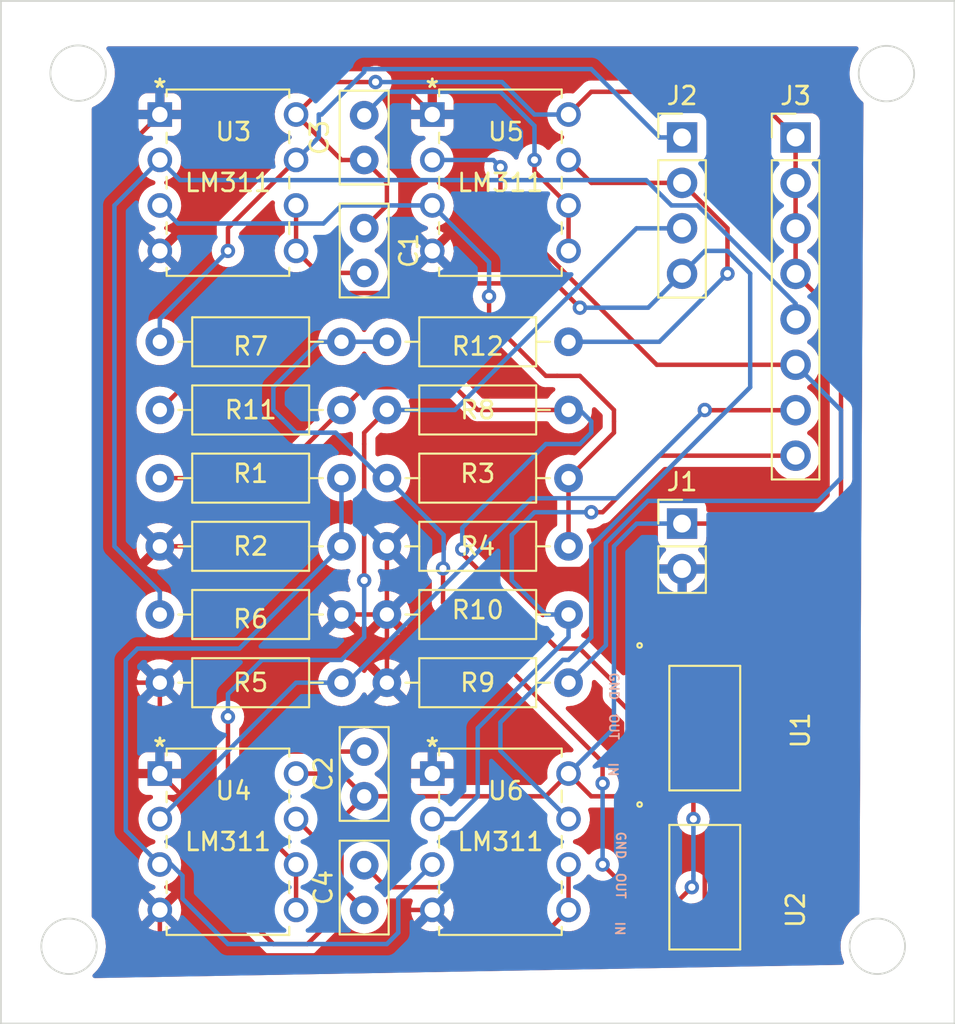
<source format=kicad_pcb>
(kicad_pcb (version 20211014) (generator pcbnew)
  (layers (0 "F.Cu" signal) (31 "B.Cu" signal) (34 "B.Paste" user) (35 "F.Paste" user) (36 "B.SilkS" user "B.Silkscreen") (37 "F.SilkS" user "F.Silkscreen") (38 "B.Mask" user) (39 "F.Mask" user) (44 "Edge.Cuts" user))
  (net 0 "")
  (net 1 "GND")
  (net 2 "FL-")
  (net 3 "Net-(R3-Pad2)")
  (net 4 "Net-(C1-Pad2)")
  (net 5 "FL1")
  (net 6 "12V")
  (net 7 "BL-")
  (net 8 "Net-(R1-Pad2)")
  (net 9 "Net-(C2-Pad2)")
  (net 10 "BL3")
  (net 11 "FR-")
  (net 12 "Net-(C3-Pad2)")
  (net 13 "FR2")
  (net 14 "BR-")
  (net 15 "Net-(C4-Pad2)")
  (net 16 "BR4")
  (net 17 "Net-(R1-Pad1)")
  (net 18 "Net-(R12-Pad2)")
  (footprint "Capacitor_THT:C_Disc_D5.0mm_W2.5mm_P2.50mm" (layer "F.Cu") (at 125.73 97.79 90)
    (fp_text reference "C2" (at 1.25 -2.286 90) (layer "F.SilkS"))
    (fp_text value "100nF")
    (pad "1" thru_hole circle (at 0 0 90) (size 1.6 1.6) (drill 0.8) (layers *.Cu *.Mask) (net 6 "12V"))
    (pad "2" thru_hole circle (at 2.5 0 90) (size 1.6 1.6) (drill 0.8) (layers *.Cu *.Mask) (net 9 "Net-(C2-Pad2)"))
  )
  (footprint "Resistor_THT:R_Axial_DIN0207_L6.3mm_D2.5mm_P10.16mm_Horizontal" (layer "F.Cu") (at 114.3 72.39)
    (fp_text reference "R7" (at 5.08 0.254) (layer "F.SilkS"))
    (fp_text value "3.3k")
    (pad "1" thru_hole circle (at 0 0) (size 1.6 1.6) (drill 0.8) (layers *.Cu *.Mask) (net 5 "FL1"))
    (pad "2" thru_hole oval (at 10.16 0) (size 1.6 1.6) (drill 0.8) (layers *.Cu *.Mask) (net 18 "Net-(R12-Pad2)"))
  )
  (footprint "Resistor_THT:R_Axial_DIN0207_L6.3mm_D2.5mm_P10.16mm_Horizontal" (layer "F.Cu") (at 124.46 87.63 180)
    (fp_text reference "R5" (at 5.08 -3.81) (layer "F.SilkS"))
    (fp_text value "100")
    (pad "1" thru_hole circle (at 0 0 180) (size 1.6 1.6) (drill 0.8) (layers *.Cu *.Mask) (net 1 "GND"))
    (pad "2" thru_hole oval (at 10.16 0 180) (size 1.6 1.6) (drill 0.8) (layers *.Cu *.Mask) (net 2 "FL-"))
  )
  (footprint "Connector_PinHeader_2.54mm:PinHeader_1x04_P2.54mm_Vertical" (layer "F.Cu") (at 143.51 60.97)
    (fp_text reference "J2" (at 0 -2.33) (layer "F.SilkS"))
    (fp_text value "Conn_01x04_Female")
    (pad "1" thru_hole rect (at 0 0) (size 1.7 1.7) (drill 1) (layers *.Cu *.Mask) (net 5 "FL1"))
    (pad "2" thru_hole oval (at 0 2.54) (size 1.7 1.7) (drill 1) (layers *.Cu *.Mask) (net 13 "FR2"))
    (pad "3" thru_hole oval (at 0 5.08) (size 1.7 1.7) (drill 1) (layers *.Cu *.Mask) (net 10 "BL3"))
    (pad "4" thru_hole oval (at 0 7.62) (size 1.7 1.7) (drill 1) (layers *.Cu *.Mask) (net 16 "BR4"))
  )
  (footprint "Resistor_THT:R_Axial_DIN0207_L6.3mm_D2.5mm_P10.16mm_Horizontal" (layer "F.Cu") (at 137.16 72.39 180)
    (fp_text reference "R12" (at 5.08 -0.254) (layer "F.SilkS"))
    (fp_text value "3.3k")
    (pad "1" thru_hole circle (at 0 0 180) (size 1.6 1.6) (drill 0.8) (layers *.Cu *.Mask) (net 13 "FR2"))
    (pad "2" thru_hole oval (at 10.16 0 180) (size 1.6 1.6) (drill 0.8) (layers *.Cu *.Mask) (net 18 "Net-(R12-Pad2)"))
  )
  (footprint "Resistor_THT:R_Axial_DIN0207_L6.3mm_D2.5mm_P10.16mm_Horizontal" (layer "F.Cu") (at 114.3 91.44)
    (fp_text reference "R6" (at 5.08 -3.556) (layer "F.SilkS"))
    (fp_text value "100")
    (pad "1" thru_hole circle (at 0 0) (size 1.6 1.6) (drill 0.8) (layers *.Cu *.Mask) (net 1 "GND"))
    (pad "2" thru_hole oval (at 10.16 0) (size 1.6 1.6) (drill 0.8) (layers *.Cu *.Mask) (net 7 "BL-"))
  )
  (footprint "Capacitor_THT:C_Disc_D5.0mm_W2.5mm_P2.50mm" (layer "F.Cu") (at 125.73 62.23 90)
    (fp_text reference "C3" (at 1.25 -2.5 90) (layer "F.SilkS"))
    (fp_text value "100nF")
    (pad "1" thru_hole circle (at 0 0 90) (size 1.6 1.6) (drill 0.8) (layers *.Cu *.Mask) (net 6 "12V"))
    (pad "2" thru_hole circle (at 2.5 0 90) (size 1.6 1.6) (drill 0.8) (layers *.Cu *.Mask) (net 12 "Net-(C3-Pad2)"))
  )
  (footprint "Resistor_THT:R_Axial_DIN0207_L6.3mm_D2.5mm_P10.16mm_Horizontal" (layer "F.Cu") (at 127 91.44)
    (fp_text reference "R9" (at 5.08 0) (layer "F.SilkS"))
    (fp_text value "100")
    (pad "1" thru_hole circle (at 0 0) (size 1.6 1.6) (drill 0.8) (layers *.Cu *.Mask) (net 1 "GND"))
    (pad "2" thru_hole oval (at 10.16 0) (size 1.6 1.6) (drill 0.8) (layers *.Cu *.Mask) (net 11 "FR-"))
  )
  (footprint "Connector_PinHeader_2.54mm:PinHeader_1x08_P2.54mm_Vertical" (layer "F.Cu") (at 149.86 60.975)
    (fp_text reference "J3" (at 0 -2.33) (layer "F.SilkS"))
    (fp_text value "Conn_01x08_Female")
    (pad "1" thru_hole rect (at 0 0) (size 1.7 1.7) (drill 1) (layers *.Cu *.Mask) (net 6 "12V"))
    (pad "2" thru_hole oval (at 0 2.54) (size 1.7 1.7) (drill 1) (layers *.Cu *.Mask) (net 6 "12V"))
    (pad "3" thru_hole oval (at 0 5.08) (size 1.7 1.7) (drill 1) (layers *.Cu *.Mask) (net 6 "12V"))
    (pad "4" thru_hole oval (at 0 7.62) (size 1.7 1.7) (drill 1) (layers *.Cu *.Mask) (net 6 "12V"))
    (pad "5" thru_hole oval (at 0 10.16) (size 1.7 1.7) (drill 1) (layers *.Cu *.Mask) (net 2 "FL-"))
    (pad "6" thru_hole oval (at 0 12.7) (size 1.7 1.7) (drill 1) (layers *.Cu *.Mask) (net 11 "FR-"))
    (pad "7" thru_hole oval (at 0 15.24) (size 1.7 1.7) (drill 1) (layers *.Cu *.Mask) (net 7 "BL-"))
    (pad "8" thru_hole oval (at 0 17.78) (size 1.7 1.7) (drill 1) (layers *.Cu *.Mask) (net 14 "BR-"))
  )
  (footprint "Resistor_THT:R_Axial_DIN0207_L6.3mm_D2.5mm_P10.16mm_Horizontal" (layer "F.Cu") (at 114.3 80.01)
    (fp_text reference "R1" (at 5.08 -0.254) (layer "F.SilkS"))
    (fp_text value "220")
    (pad "1" thru_hole circle (at 0 0) (size 1.6 1.6) (drill 0.8) (layers *.Cu *.Mask) (net 17 "Net-(R1-Pad1)"))
    (pad "2" thru_hole oval (at 10.16 0) (size 1.6 1.6) (drill 0.8) (layers *.Cu *.Mask) (net 8 "Net-(R1-Pad2)"))
  )
  (footprint "Capacitor_THT:C_Disc_D5.0mm_W2.5mm_P2.50mm" (layer "F.Cu") (at 125.73 104.14 90)
    (fp_text reference "C4" (at 1.25 -2.286 90) (layer "F.SilkS"))
    (fp_text value "100nF")
    (pad "1" thru_hole circle (at 0 0 90) (size 1.6 1.6) (drill 0.8) (layers *.Cu *.Mask) (net 6 "12V"))
    (pad "2" thru_hole circle (at 2.5 0 90) (size 1.6 1.6) (drill 0.8) (layers *.Cu *.Mask) (net 15 "Net-(C4-Pad2)"))
  )
  (footprint "footprint:AMS1117-5.0" (layer "F.Cu") (at 144.78 102.87 -90)
    (fp_text reference "U2" (at 1.27 -5.08 90) (layer "F.SilkS"))
    (fp_text value "AMS1117-3.3" hide)
    (fp_text user "IN" (at 2.3114 4.7498 -90 unlocked) (layer "B.SilkS") (effects (font (size 0.5 0.5) (thickness 0.1))))
    (fp_text user "GND" (at -2.3368 4.699 -90 unlocked) (layer "B.SilkS") (effects (font (size 0.5 0.5) (thickness 0.1))))
    (fp_text user "OUT" (at -0.0762 4.699 -90 unlocked) (layer "B.SilkS") (effects (font (size 0.5 0.5) (thickness 0.1))))
    (pad "1" smd rect (at -2.29 3.2639 270) (size 0.889 1.4732) (layers "F.Cu" "F.Paste" "F.Mask") (net 1 "GND"))
    (pad "2" smd rect (at 0 3.2639 270) (size 0.889 1.4732) (layers "F.Cu" "F.Paste" "F.Mask") (net 18 "Net-(R12-Pad2)"))
    (pad "3" smd rect (at 2.29 3.2639 270) (size 0.889 1.4732) (layers "F.Cu" "F.Paste" "F.Mask") (net 6 "12V"))
    (pad "4" smd rect (at 0 -3.2639 270) (size 3.2004 1.4732) (layers "F.Cu" "F.Paste" "F.Mask"))
  )
  (footprint "Connector_PinHeader_2.54mm:PinHeader_1x02_P2.54mm_Vertical" (layer "F.Cu") (at 143.51 82.55)
    (fp_text reference "J1" (at 0 -2.33) (layer "F.SilkS"))
    (fp_text value "Conn_01x02_Female")
    (pad "1" thru_hole rect (at 0 0) (size 1.7 1.7) (drill 1) (layers *.Cu *.Mask) (net 6 "12V"))
    (pad "2" thru_hole oval (at 0 2.54) (size 1.7 1.7) (drill 1) (layers *.Cu *.Mask) (net 1 "GND"))
  )
  (footprint "footprint:LM311P" (layer "F.Cu") (at 114.3 96.52)
    (fp_text reference "U4" (at 4.1148 0.9652) (layer "F.SilkS"))
    (fp_text value "LM311" (at 3.81 3.81) (layer "F.SilkS"))
    (fp_text user "*" (at 0 -1.4478) (layer "F.SilkS"))
    (fp_text user "*" (at 0 -1.4478) (layer "F.SilkS"))
    (pad "1" thru_hole rect (at 0 0) (size 1.3716 1.3716) (drill 0.8636) (layers *.Cu *.Mask) (net 1 "GND"))
    (pad "2" thru_hole circle (at 0 2.54) (size 1.3716 1.3716) (drill 0.8636) (layers *.Cu *.Mask) (net 7 "BL-"))
    (pad "3" thru_hole circle (at 0 5.08) (size 1.3716 1.3716) (drill 0.8636) (layers *.Cu *.Mask) (net 8 "Net-(R1-Pad2)"))
    (pad "4" thru_hole circle (at 0 7.62) (size 1.3716 1.3716) (drill 0.8636) (layers *.Cu *.Mask) (net 1 "GND"))
    (pad "5" thru_hole circle (at 7.62 7.62) (size 1.3716 1.3716) (drill 0.8636) (layers *.Cu *.Mask) (net 9 "Net-(C2-Pad2)"))
    (pad "6" thru_hole circle (at 7.62 5.08) (size 1.3716 1.3716) (drill 0.8636) (layers *.Cu *.Mask) (net 9 "Net-(C2-Pad2)"))
    (pad "7" thru_hole circle (at 7.62 2.54) (size 1.3716 1.3716) (drill 0.8636) (layers *.Cu *.Mask) (net 10 "BL3"))
    (pad "8" thru_hole circle (at 7.62 0) (size 1.3716 1.3716) (drill 0.8636) (layers *.Cu *.Mask) (net 6 "12V"))
  )
  (footprint "Resistor_THT:R_Axial_DIN0207_L6.3mm_D2.5mm_P10.16mm_Horizontal" (layer "F.Cu") (at 127 76.2)
    (fp_text reference "R8" (at 5.08 0) (layer "F.SilkS"))
    (fp_text value "3.3k")
    (pad "1" thru_hole circle (at 0 0) (size 1.6 1.6) (drill 0.8) (layers *.Cu *.Mask) (net 10 "BL3"))
    (pad "2" thru_hole oval (at 10.16 0) (size 1.6 1.6) (drill 0.8) (layers *.Cu *.Mask) (net 17 "Net-(R1-Pad1)"))
  )
  (footprint "Resistor_THT:R_Axial_DIN0207_L6.3mm_D2.5mm_P10.16mm_Horizontal" (layer "F.Cu") (at 127 83.82)
    (fp_text reference "R4" (at 5.08 0) (layer "F.SilkS"))
    (fp_text value "120")
    (pad "1" thru_hole circle (at 0 0) (size 1.6 1.6) (drill 0.8) (layers *.Cu *.Mask) (net 1 "GND"))
    (pad "2" thru_hole oval (at 10.16 0) (size 1.6 1.6) (drill 0.8) (layers *.Cu *.Mask) (net 3 "Net-(R3-Pad2)"))
  )
  (footprint "footprint:AMS1117-5.0" (layer "F.Cu") (at 144.78 93.98 -90)
    (fp_text reference "U1" (at 0.127 -5.3594 90) (layer "F.SilkS"))
    (fp_text value "AMS1117-3.3" hide)
    (fp_text user "OUT" (at -0.0762 5.08 -90 unlocked) (layer "B.SilkS") (effects (font (size 0.5 0.5) (thickness 0.1))))
    (fp_text user "IN" (at 2.3114 5.1308 -90 unlocked) (layer "B.SilkS") (effects (font (size 0.5 0.5) (thickness 0.1))))
    (fp_text user "GND" (at -2.3368 5.08 -90 unlocked) (layer "B.SilkS") (effects (font (size 0.5 0.5) (thickness 0.1))))
    (pad "1" smd rect (at -2.29 3.2639 270) (size 0.889 1.4732) (layers "F.Cu" "F.Paste" "F.Mask") (net 1 "GND"))
    (pad "2" smd rect (at 0 3.2639 270) (size 0.889 1.4732) (layers "F.Cu" "F.Paste" "F.Mask") (net 17 "Net-(R1-Pad1)"))
    (pad "3" smd rect (at 2.29 3.2639 270) (size 0.889 1.4732) (layers "F.Cu" "F.Paste" "F.Mask") (net 6 "12V"))
    (pad "4" smd rect (at 0 -3.2639 270) (size 3.2004 1.4732) (layers "F.Cu" "F.Paste" "F.Mask"))
  )
  (footprint "footprint:LM311P" (layer "F.Cu") (at 114.3 59.69)
    (fp_text reference "U3" (at 4.1148 0.9652) (layer "F.SilkS"))
    (fp_text value "LM311" (at 3.81 3.81) (layer "F.SilkS"))
    (fp_text user "*" (at 0 -1.4478) (layer "F.SilkS"))
    (fp_text user "*" (at 0 -1.4478) (layer "F.SilkS"))
    (pad "1" thru_hole rect (at 0 0) (size 1.3716 1.3716) (drill 0.8636) (layers *.Cu *.Mask) (net 1 "GND"))
    (pad "2" thru_hole circle (at 0 2.54) (size 1.3716 1.3716) (drill 0.8636) (layers *.Cu *.Mask) (net 2 "FL-"))
    (pad "3" thru_hole circle (at 0 5.08) (size 1.3716 1.3716) (drill 0.8636) (layers *.Cu *.Mask) (net 3 "Net-(R3-Pad2)"))
    (pad "4" thru_hole circle (at 0 7.62) (size 1.3716 1.3716) (drill 0.8636) (layers *.Cu *.Mask) (net 1 "GND"))
    (pad "5" thru_hole circle (at 7.62 7.62) (size 1.3716 1.3716) (drill 0.8636) (layers *.Cu *.Mask) (net 4 "Net-(C1-Pad2)"))
    (pad "6" thru_hole circle (at 7.62 5.08) (size 1.3716 1.3716) (drill 0.8636) (layers *.Cu *.Mask) (net 4 "Net-(C1-Pad2)"))
    (pad "7" thru_hole circle (at 7.62 2.54) (size 1.3716 1.3716) (drill 0.8636) (layers *.Cu *.Mask) (net 5 "FL1"))
    (pad "8" thru_hole circle (at 7.62 0) (size 1.3716 1.3716) (drill 0.8636) (layers *.Cu *.Mask) (net 6 "12V"))
  )
  (footprint "footprint:LM311P" (layer "F.Cu") (at 129.54 96.52)
    (fp_text reference "U6" (at 4.1148 0.9652) (layer "F.SilkS"))
    (fp_text value "LM311" (at 3.81 3.81) (layer "F.SilkS"))
    (fp_text user "*" (at 0 -1.4478) (layer "F.SilkS"))
    (fp_text user "*" (at 0 -1.4478) (layer "F.SilkS"))
    (pad "1" thru_hole rect (at 0 0) (size 1.3716 1.3716) (drill 0.8636) (layers *.Cu *.Mask) (net 1 "GND"))
    (pad "2" thru_hole circle (at 0 2.54) (size 1.3716 1.3716) (drill 0.8636) (layers *.Cu *.Mask) (net 14 "BR-"))
    (pad "3" thru_hole circle (at 0 5.08) (size 1.3716 1.3716) (drill 0.8636) (layers *.Cu *.Mask) (net 8 "Net-(R1-Pad2)"))
    (pad "4" thru_hole circle (at 0 7.62) (size 1.3716 1.3716) (drill 0.8636) (layers *.Cu *.Mask) (net 1 "GND"))
    (pad "5" thru_hole circle (at 7.62 7.62) (size 1.3716 1.3716) (drill 0.8636) (layers *.Cu *.Mask) (net 15 "Net-(C4-Pad2)"))
    (pad "6" thru_hole circle (at 7.62 5.08) (size 1.3716 1.3716) (drill 0.8636) (layers *.Cu *.Mask) (net 15 "Net-(C4-Pad2)"))
    (pad "7" thru_hole circle (at 7.62 2.54) (size 1.3716 1.3716) (drill 0.8636) (layers *.Cu *.Mask) (net 16 "BR4"))
    (pad "8" thru_hole circle (at 7.62 0) (size 1.3716 1.3716) (drill 0.8636) (layers *.Cu *.Mask) (net 6 "12V"))
  )
  (footprint "Resistor_THT:R_Axial_DIN0207_L6.3mm_D2.5mm_P10.16mm_Horizontal" (layer "F.Cu") (at 127 87.63)
    (fp_text reference "R10" (at 5.08 -0.254) (layer "F.SilkS"))
    (fp_text value "100")
    (pad "1" thru_hole circle (at 0 0) (size 1.6 1.6) (drill 0.8) (layers *.Cu *.Mask) (net 1 "GND"))
    (pad "2" thru_hole oval (at 10.16 0) (size 1.6 1.6) (drill 0.8) (layers *.Cu *.Mask) (net 14 "BR-"))
  )
  (footprint "Capacitor_THT:C_Disc_D5.0mm_W2.5mm_P2.50mm" (layer "F.Cu") (at 125.73 66.04 -90)
    (fp_text reference "C1" (at 1.25 -2.5 90) (layer "F.SilkS"))
    (fp_text value "100nF")
    (pad "1" thru_hole circle (at 0 0 270) (size 1.6 1.6) (drill 0.8) (layers *.Cu *.Mask) (net 6 "12V"))
    (pad "2" thru_hole circle (at 2.5 0 270) (size 1.6 1.6) (drill 0.8) (layers *.Cu *.Mask) (net 4 "Net-(C1-Pad2)"))
  )
  (footprint "Resistor_THT:R_Axial_DIN0207_L6.3mm_D2.5mm_P10.16mm_Horizontal" (layer "F.Cu") (at 114.3 83.82)
    (fp_text reference "R2" (at 5.08 0) (layer "F.SilkS"))
    (fp_text value "120")
    (pad "1" thru_hole circle (at 0 0) (size 1.6 1.6) (drill 0.8) (layers *.Cu *.Mask) (net 1 "GND"))
    (pad "2" thru_hole oval (at 10.16 0) (size 1.6 1.6) (drill 0.8) (layers *.Cu *.Mask) (net 8 "Net-(R1-Pad2)"))
  )
  (footprint "footprint:LM311P" (layer "F.Cu") (at 129.54 59.69)
    (fp_text reference "U5" (at 4.1148 0.9652) (layer "F.SilkS"))
    (fp_text value "LM311" (at 3.81 3.81) (layer "F.SilkS"))
    (fp_text user "*" (at 0 -1.4478) (layer "F.SilkS"))
    (fp_text user "*" (at 0 -1.4478) (layer "F.SilkS"))
    (pad "1" thru_hole rect (at 0 0) (size 1.3716 1.3716) (drill 0.8636) (layers *.Cu *.Mask) (net 1 "GND"))
    (pad "2" thru_hole circle (at 0 2.54) (size 1.3716 1.3716) (drill 0.8636) (layers *.Cu *.Mask) (net 11 "FR-"))
    (pad "3" thru_hole circle (at 0 5.08) (size 1.3716 1.3716) (drill 0.8636) (layers *.Cu *.Mask) (net 3 "Net-(R3-Pad2)"))
    (pad "4" thru_hole circle (at 0 7.62) (size 1.3716 1.3716) (drill 0.8636) (layers *.Cu *.Mask) (net 1 "GND"))
    (pad "5" thru_hole circle (at 7.62 7.62) (size 1.3716 1.3716) (drill 0.8636) (layers *.Cu *.Mask) (net 12 "Net-(C3-Pad2)"))
    (pad "6" thru_hole circle (at 7.62 5.08) (size 1.3716 1.3716) (drill 0.8636) (layers *.Cu *.Mask) (net 12 "Net-(C3-Pad2)"))
    (pad "7" thru_hole circle (at 7.62 2.54) (size 1.3716 1.3716) (drill 0.8636) (layers *.Cu *.Mask) (net 13 "FR2"))
    (pad "8" thru_hole circle (at 7.62 0) (size 1.3716 1.3716) (drill 0.8636) (layers *.Cu *.Mask) (net 6 "12V"))
  )
  (footprint "Resistor_THT:R_Axial_DIN0207_L6.3mm_D2.5mm_P10.16mm_Horizontal" (layer "F.Cu") (at 114.3 76.2)
    (fp_text reference "R11" (at 5.08 0) (layer "F.SilkS"))
    (fp_text value "3.3k")
    (pad "1" thru_hole circle (at 0 0) (size 1.6 1.6) (drill 0.8) (layers *.Cu *.Mask) (net 16 "BR4"))
    (pad "2" thru_hole oval (at 10.16 0) (size 1.6 1.6) (drill 0.8) (layers *.Cu *.Mask) (net 17 "Net-(R1-Pad1)"))
  )
  (footprint "Resistor_THT:R_Axial_DIN0207_L6.3mm_D2.5mm_P10.16mm_Horizontal" (layer "F.Cu") (at 127 80.01)
    (fp_text reference "R3" (at 5.08 -0.254) (layer "F.SilkS"))
    (fp_text value "220")
    (pad "1" thru_hole circle (at 0 0) (size 1.6 1.6) (drill 0.8) (layers *.Cu *.Mask) (net 18 "Net-(R12-Pad2)"))
    (pad "2" thru_hole oval (at 10.16 0) (size 1.6 1.6) (drill 0.8) (layers *.Cu *.Mask) (net 3 "Net-(R3-Pad2)"))
  )
  (gr_circle (center 154.94 57.404) (end 156.49 57.404) (layer "Edge.Cuts") (width 0.1) (fill none))
  (gr_circle (center 109.22 106.172) (end 110.77 106.172) (layer "Edge.Cuts") (width 0.1) (fill none))
  (gr_circle (center 109.728 57.378) (end 111.278 57.378) (layer "Edge.Cuts") (width 0.1) (fill none))
  (gr_circle (center 154.432 106.172) (end 155.982 106.172) (layer "Edge.Cuts") (width 0.1) (fill none))
  (gr_rect (start 105.41 53.34) (end 158.75 110.49) (layer "Edge.Cuts") (width 0.1) (fill none))
  (segment (start 127.185489 69.664511) (end 116.654511 69.664511) (width 0.25) (layer "F.Cu") (net 1))
  (segment (start 132.08 106.68) (end 129.54 104.14) (width 0.25) (layer "F.Cu") (net 1))
  (segment (start 114.3 91.44) (end 113.03 91.44) (width 0.25) (layer "F.Cu") (net 1))
  (segment (start 132.08 64.77) (end 129.54 67.31) (width 0.25) (layer "F.Cu") (net 1))
  (segment (start 144.78 101.6) (end 144.78 104.14) (width 0.25) (layer "F.Cu") (net 1))
  (segment (start 128.27 82.55) (end 127 83.82) (width 0.25) (layer "F.Cu") (net 1))
  (segment (start 124.46 87.63) (end 127 87.63) (width 0.25) (layer "F.Cu") (net 1))
  (segment (start 111.76 81.28) (end 114.3 83.82) (width 0.25) (layer "F.Cu") (net 1))
  (segment (start 144.78 104.14) (end 142.24 106.68) (width 0.25) (layer "F.Cu") (net 1))
  (segment (start 114.3 105.41) (end 114.3 104.14) (width 0.25) (layer "F.Cu") (net 1))
  (segment (start 111.76 69.85) (end 111.76 81.28) (width 0.25) (layer "F.Cu") (net 1))
  (segment (start 114.3 67.31) (end 111.76 69.85) (width 0.25) (layer "F.Cu") (net 1))
  (segment (start 129.54 96.52) (end 129.54 93.98) (width 0.25) (layer "F.Cu") (net 1))
  (segment (start 129.54 59.69) (end 130.81 59.69) (width 0.25) (layer "F.Cu") (net 1))
  (segment (start 127 57.15) (end 129.54 59.69) (width 0.25) (layer "F.Cu") (net 1))
  (segment (start 120.65 83.82) (end 124.46 87.63) (width 0.25) (layer "F.Cu") (net 1))
  (segment (start 114.3 59.69) (end 114.3 58.42) (width 0.25) (layer "F.Cu") (net 1))
  (segment (start 111.76 62.23) (end 111.76 64.77) (width 0.25) (layer "F.Cu") (net 1))
  (segment (start 133.35 85.09) (end 130.81 82.55) (width 0.25) (layer "F.Cu") (net 1))
  (segment (start 111.76 86.36) (end 114.3 83.82) (width 0.25) (layer "F.Cu") (net 1))
  (segment (start 132.08 62.23) (end 132.08 64.77) (width 0.25) (layer "F.Cu") (net 1))
  (segment (start 125.73 106.68) (end 115.57 106.68) (width 0.25) (layer "F.Cu") (net 1))
  (segment (start 111.76 90.17) (end 111.76 86.36) (width 0.25) (layer "F.Cu") (net 1))
  (segment (start 127 83.82) (end 127 87.63) (width 0.25) (layer "F.Cu") (net 1))
  (segment (start 128.27 104.14) (end 125.73 106.68) (width 0.25) (layer "F.Cu") (net 1))
  (segment (start 114.3 83.82) (end 120.65 83.82) (width 0.25) (layer "F.Cu") (net 1))
  (segment (start 143.76 100.58) (end 144.78 101.6) (width 0.25) (layer "F.Cu") (net 1))
  (segment (start 129.54 67.31) (end 127.185489 69.664511) (width 0.25) (layer "F.Cu") (net 1))
  (segment (start 116.84 101.6) (end 116.84 99.06) (width 0.25) (layer "F.Cu") (net 1))
  (segment (start 116.84 99.06) (end 114.3 96.52) (width 0.25) (layer "F.Cu") (net 1))
  (segment (start 130.81 82.55) (end 128.27 82.55) (width 0.25) (layer "F.Cu") (net 1))
  (segment (start 115.57 57.15) (end 127 57.15) (width 0.25) (layer "F.Cu") (net 1))
  (segment (start 143.51 89.6961) (end 141.5161 91.69) (width 0.25) (layer "F.Cu") (net 1))
  (segment (start 111.76 64.77) (end 114.3 67.31) (width 0.25) (layer "F.Cu") (net 1))
  (segment (start 132.08 60.96) (end 132.08 62.23) (width 0.25) (layer "F.Cu") (net 1))
  (segment (start 129.54 104.14) (end 128.27 104.14) (width 0.25) (layer "F.Cu") (net 1))
  (segment (start 141.5161 100.58) (end 143.76 100.58) (width 0.25) (layer "F.Cu") (net 1))
  (segment (start 143.51 85.09) (end 143.51 89.6961) (width 0.25) (layer "F.Cu") (net 1))
  (segment (start 114.3 58.42) (end 115.57 57.15) (width 0.25) (layer "F.Cu") (net 1))
  (segment (start 116.654511 69.664511) (end 114.3 67.31) (width 0.25) (layer "F.Cu") (net 1))
  (segment (start 129.54 93.98) (end 127 91.44) (width 0.25) (layer "F.Cu") (net 1))
  (segment (start 113.03 91.44) (end 111.76 90.17) (width 0.25) (layer "F.Cu") (net 1))
  (segment (start 114.3 104.14) (end 116.84 101.6) (width 0.25) (layer "F.Cu") (net 1))
  (segment (start 130.81 59.69) (end 132.08 60.96) (width 0.25) (layer "F.Cu") (net 1))
  (segment (start 127 91.44) (end 127 87.63) (width 0.25) (layer "F.Cu") (net 1))
  (segment (start 114.3 59.69) (end 111.76 62.23) (width 0.25) (layer "F.Cu") (net 1))
  (segment (start 142.24 106.68) (end 132.08 106.68) (width 0.25) (layer "F.Cu") (net 1))
  (segment (start 115.57 106.68) (end 114.3 105.41) (width 0.25) (layer "F.Cu") (net 1))
  (segment (start 114.3 91.44) (end 114.3 96.52) (width 0.25) (layer "F.Cu") (net 1))
  (segment (start 143.51 85.09) (end 133.35 85.09) (width 0.25) (layer "F.Cu") (net 1))
  (segment (start 111.76 64.77) (end 111.76 83.82) (width 0.25) (layer "B.Cu") (net 2))
  (segment (start 114.3 62.23) (end 115.424511 63.354511) (width 0.25) (layer "B.Cu") (net 2))
  (segment (start 141.502523 63.354511) (end 142.918012 64.77) (width 0.25) (layer "B.Cu") (net 2))
  (segment (start 114.3 62.23) (end 111.76 64.77) (width 0.25) (layer "B.Cu") (net 2))
  (segment (start 111.76 83.82) (end 114.3 86.36) (width 0.25) (layer "B.Cu") (net 2))
  (segment (start 149.86 70.25601) (end 149.86 71.135) (width 0.25) (layer "B.Cu") (net 2))
  (segment (start 142.918012 64.77) (end 144.37399 64.77) (width 0.25) (layer "B.Cu") (net 2))
  (segment (start 115.424511 63.354511) (end 141.502523 63.354511) (width 0.25) (layer "B.Cu") (net 2))
  (segment (start 114.3 86.36) (end 114.3 87.63) (width 0.25) (layer "B.Cu") (net 2))
  (segment (start 144.37399 64.77) (end 149.86 70.25601) (width 0.25) (layer "B.Cu") (net 2))
  (segment (start 133.35 71.755) (end 132.715 71.12) (width 0.25) (layer "F.Cu") (net 3))
  (segment (start 139.7 76.835) (end 139.7 76.2) (width 0.25) (layer "F.Cu") (net 3))
  (segment (start 137.795 74.295) (end 136.525 74.295) (width 0.25) (layer "F.Cu") (net 3))
  (segment (start 139.065 75.565) (end 137.795 74.295) (width 0.25) (layer "F.Cu") (net 3))
  (segment (start 139.7 76.2) (end 139.065 75.565) (width 0.25) (layer "F.Cu") (net 3))
  (segment (start 137.16 80.01) (end 139.7 77.47) (width 0.25) (layer "F.Cu") (net 3))
  (segment (start 135.89 74.295) (end 133.35 71.755) (width 0.25) (layer "F.Cu") (net 3))
  (segment (start 139.7 77.47) (end 139.7 76.835) (width 0.25) (layer "F.Cu") (net 3))
  (segment (start 132.715 71.12) (end 132.715 69.85) (width 0.25) (layer "F.Cu") (net 3))
  (segment (start 137.16 83.82) (end 137.16 80.01) (width 0.25) (layer "F.Cu") (net 3))
  (segment (start 136.525 74.295) (end 135.89 74.295) (width 0.25) (layer "F.Cu") (net 3))
  (via (at 132.715 69.85) (size 0.8) (drill 0.4) (layers "F.Cu" "B.Cu") (net 3))
  (segment (start 124.46 64.77) (end 129.54 64.77) (width 0.25) (layer "B.Cu") (net 3))
  (segment (start 132.715 69.85) (end 132.715 67.945) (width 0.25) (layer "B.Cu") (net 3))
  (segment (start 132.715 67.945) (end 129.54 64.77) (width 0.25) (layer "B.Cu") (net 3))
  (segment (start 123.449689 65.780311) (end 124.46 64.77) (width 0.25) (layer "B.Cu") (net 3))
  (segment (start 114.3 64.77) (end 115.310311 65.780311) (width 0.25) (layer "B.Cu") (net 3))
  (segment (start 115.310311 65.780311) (end 123.449689 65.780311) (width 0.25) (layer "B.Cu") (net 3))
  (segment (start 121.92 64.77) (end 121.92 67.31) (width 0.25) (layer "F.Cu") (net 4))
  (segment (start 125.73 68.54) (end 123.15 68.54) (width 0.25) (layer "F.Cu") (net 4))
  (segment (start 123.15 68.54) (end 121.92 67.31) (width 0.25) (layer "F.Cu") (net 4))
  (segment (start 121.92 62.23) (end 118.11 66.04) (width 0.25) (layer "F.Cu") (net 5))
  (segment (start 118.11 66.04) (end 118.11 67.31) (width 0.25) (layer "F.Cu") (net 5))
  (via (at 118.11 67.31) (size 0.8) (drill 0.4) (layers "F.Cu" "B.Cu") (net 5))
  (segment (start 123.19 60.96) (end 121.92 62.23) (width 0.25) (layer "B.Cu") (net 5))
  (segment (start 123.348797 59.69) (end 123.19 59.69) (width 0.25) (layer "B.Cu") (net 5))
  (segment (start 125.73 57.15) (end 125.73 57.308797) (width 0.25) (layer "B.Cu") (net 5))
  (segment (start 114.3 72.39) (end 114.3 71.12) (width 0.25) (layer "B.Cu") (net 5))
  (segment (start 138.43 57.15) (end 125.73 57.15) (width 0.25) (layer "B.Cu") (net 5))
  (segment (start 142.25 60.97) (end 138.43 57.15) (width 0.25) (layer "B.Cu") (net 5))
  (segment (start 114.3 71.12) (end 118.11 67.31) (width 0.25) (layer "B.Cu") (net 5))
  (segment (start 125.73 57.308797) (end 123.348797 59.69) (width 0.25) (layer "B.Cu") (net 5))
  (segment (start 143.51 60.97) (end 142.25 60.97) (width 0.25) (layer "B.Cu") (net 5))
  (segment (start 123.19 59.69) (end 123.19 60.96) (width 0.25) (layer "B.Cu") (net 5))
  (segment (start 124.46 102.87) (end 125.73 104.14) (width 0.25) (layer "F.Cu") (net 6))
  (segment (start 123.7355 57.8745) (end 126.365 57.8745) (width 0.25) (layer "F.Cu") (net 6))
  (segment (start 141.5161 96.27) (end 142.625 96.27) (width 0.25) (layer "F.Cu") (net 6))
  (segment (start 141.5161 96.27) (end 141.99 96.27) (width 0.25) (layer "F.Cu") (net 6))
  (segment (start 124.46 99.06) (end 124.46 102.87) (width 0.25) (layer "F.Cu") (net 6))
  (segment (start 135.89 97.79) (end 125.73 97.79) (width 0.25) (layer "F.Cu") (net 6))
  (segment (start 138.43 97.79) (end 140.335 97.79) (width 0.25) (layer "F.Cu") (net 6))
  (segment (start 149.86 60.96) (end 147.32 58.42) (width 0.25) (layer "F.Cu") (net 6))
  (segment (start 147.32 58.42) (end 138.43 58.42) (width 0.25) (layer "F.Cu") (net 6))
  (segment (start 125.73 97.79) (end 124.46 99.06) (width 0.25) (layer "F.Cu") (net 6))
  (segment (start 149.86 63.515) (end 149.86 66.055) (width 0.25) (layer "F.Cu") (net 6))
  (segment (start 138.43 58.42) (end 137.16 59.69) (width 0.25) (layer "F.Cu") (net 6))
  (segment (start 151.13 82.55) (end 152.4 81.28) (width 0.25) (layer "F.Cu") (net 6))
  (segment (start 137.16 96.52) (end 135.89 97.79) (width 0.25) (layer "F.Cu") (net 6))
  (segment (start 127 64.77) (end 125.73 66.04) (width 0.25) (layer "F.Cu") (net 6))
  (segment (start 141.7655 105.16) (end 141.5161 105.16) (width 0.25) (layer "F.Cu") (net 6))
  (segment (start 144.145 97.79) (end 144.145 99.06) (width 0.25) (layer "F.Cu") (net 6))
  (segment (start 137.16 96.52) (end 138.43 97.79) (width 0.25) (layer "F.Cu") (net 6))
  (segment (start 143.51 82.55) (end 151.13 82.55) (width 0.25) (layer "F.Cu") (net 6))
  (segment (start 140.335 97.79) (end 141.5161 96.6089) (width 0.25) (layer "F.Cu") (net 6))
  (segment (start 152.4 81.28) (end 152.4 71.135) (width 0.25) (layer "F.Cu") (net 6))
  (segment (start 121.92 96.52) (end 124.46 96.52) (width 0.25) (layer "F.Cu") (net 6))
  (segment (start 124.46 96.52) (end 125.73 97.79) (width 0.25) (layer "F.Cu") (net 6))
  (segment (start 152.4 71.135) (end 149.86 68.595) (width 0.25) (layer "F.Cu") (net 6))
  (segment (start 127 63.5) (end 127 64.77) (width 0.25) (layer "F.Cu") (net 6))
  (segment (start 125.73 62.23) (end 124.46 62.23) (width 0.25) (layer "F.Cu") (net 6))
  (segment (start 124.46 62.23) (end 121.92 59.69) (width 0.25) (layer "F.Cu") (net 6))
  (segment (start 149.86 60.975) (end 149.86 63.515) (width 0.25) (layer "F.Cu") (net 6))
  (segment (start 141.5161 96.6089) (end 141.5161 96.27) (width 0.25) (layer "F.Cu") (net 6))
  (segment (start 142.625 96.27) (end 144.145 97.79) (width 0.25) (layer "F.Cu") (net 6))
  (segment (start 149.86 60.975) (end 149.86 60.96) (width 0.25) (layer "F.Cu") (net 6))
  (segment (start 125.73 62.23) (end 127 63.5) (width 0.25) (layer "F.Cu") (net 6))
  (segment (start 144.0555 102.87) (end 141.7655 105.16) (width 0.25) (layer "F.Cu") (net 6))
  (segment (start 121.92 59.69) (end 123.7355 57.8745) (width 0.25) (layer "F.Cu") (net 6))
  (segment (start 149.86 66.055) (end 149.86 68.595) (width 0.25) (layer "F.Cu") (net 6))
  (via (at 126.365 57.8745) (size 0.8) (drill 0.4) (layers "F.Cu" "B.Cu") (net 6))
  (via (at 144.0555 102.87) (size 0.8) (drill 0.4) (layers "F.Cu" "B.Cu") (net 6))
  (via (at 144.145 99.06) (size 0.8) (drill 0.4) (layers "F.Cu" "B.Cu") (net 6))
  (segment (start 126.365 57.8745) (end 133.4395 57.8745) (width 0.25) (layer "B.Cu") (net 6))
  (segment (start 139.7 93.98) (end 139.7 83.82) (width 0.25) (layer "B.Cu") (net 6))
  (segment (start 139.7 83.82) (end 140.97 82.55) (width 0.25) (layer "B.Cu") (net 6))
  (segment (start 140.97 82.55) (end 143.51 82.55) (width 0.25) (layer "B.Cu") (net 6))
  (segment (start 144.145 102.7805) (end 144.0555 102.87) (width 0.25) (layer "B.Cu") (net 6))
  (segment (start 144.145 102.235) (end 144.145 102.7805) (width 0.25) (layer "B.Cu") (net 6))
  (segment (start 135.255 59.69) (end 137.16 59.69) (width 0.25) (layer "B.Cu") (net 6))
  (segment (start 144.145 99.06) (end 144.145 102.235) (width 0.25) (layer "B.Cu") (net 6))
  (segment (start 137.16 96.52) (end 139.7 93.98) (width 0.25) (layer "B.Cu") (net 6))
  (segment (start 133.4395 57.8745) (end 135.255 59.69) (width 0.25) (layer "B.Cu") (net 6))
  (segment (start 144.78 76.2) (end 144.795 76.215) (width 0.25) (layer "F.Cu") (net 7))
  (segment (start 144.795 76.215) (end 149.86 76.215) (width 0.25) (layer "F.Cu") (net 7))
  (via (at 144.78 76.2) (size 0.8) (drill 0.4) (layers "F.Cu" "B.Cu") (net 7))
  (segment (start 135.085789 81.134511) (end 139.845489 81.134511) (width 0.25) (layer "B.Cu") (net 7))
  (segment (start 124.46 91.44) (end 124.7803 91.44) (width 0.25) (layer "B.Cu") (net 7))
  (segment (start 124.46 91.44) (end 121.92 91.44) (width 0.25) (layer "B.Cu") (net 7))
  (segment (start 139.845489 81.134511) (end 144.78 76.2) (width 0.25) (layer "B.Cu") (net 7))
  (segment (start 121.92 91.44) (end 114.3 99.06) (width 0.25) (layer "B.Cu") (net 7))
  (segment (start 124.7803 91.44) (end 135.085789 81.134511) (width 0.25) (layer "B.Cu") (net 7))
  (segment (start 127.635 103.505) (end 127.635 105.41) (width 0.25) (layer "B.Cu") (net 8))
  (segment (start 129.54 101.6) (end 127.635 103.505) (width 0.25) (layer "B.Cu") (net 8))
  (segment (start 112.395 90.193722) (end 113.053722 89.535) (width 0.25) (layer "B.Cu") (net 8))
  (segment (start 118.11 106.045) (end 115.57 103.505) (width 0.25) (layer "B.Cu") (net 8))
  (segment (start 124.46 80.01) (end 124.46 83.82) (width 0.25) (layer "B.Cu") (net 8))
  (segment (start 118.745 89.535) (end 124.46 83.82) (width 0.25) (layer "B.Cu") (net 8))
  (segment (start 127 106.045) (end 118.11 106.045) (width 0.25) (layer "B.Cu") (net 8))
  (segment (start 127.635 105.41) (end 127 106.045) (width 0.25) (layer "B.Cu") (net 8))
  (segment (start 114.3 101.6) (end 112.395 99.695) (width 0.25) (layer "B.Cu") (net 8))
  (segment (start 112.395 99.695) (end 112.395 90.193722) (width 0.25) (layer "B.Cu") (net 8))
  (segment (start 113.053722 89.535) (end 118.745 89.535) (width 0.25) (layer "B.Cu") (net 8))
  (segment (start 115.57 102.235) (end 114.935 101.6) (width 0.25) (layer "B.Cu") (net 8))
  (segment (start 114.935 101.6) (end 114.3 101.6) (width 0.25) (layer "B.Cu") (net 8))
  (segment (start 115.57 103.505) (end 115.57 102.235) (width 0.25) (layer "B.Cu") (net 8))
  (segment (start 120.65 95.25) (end 119.38 96.52) (width 0.25) (layer "F.Cu") (net 9))
  (segment (start 119.38 99.06) (end 121.92 101.6) (width 0.25) (layer "F.Cu") (net 9))
  (segment (start 119.38 96.52) (end 119.38 99.06) (width 0.25) (layer "F.Cu") (net 9))
  (segment (start 121.92 104.14) (end 121.92 101.6) (width 0.25) (layer "F.Cu") (net 9))
  (segment (start 120.69 95.29) (end 120.65 95.25) (width 0.25) (layer "F.Cu") (net 9))
  (segment (start 125.73 95.29) (end 120.69 95.29) (width 0.25) (layer "F.Cu") (net 9))
  (segment (start 120.65 106.045) (end 122.555 106.045) (width 0.25) (layer "F.Cu") (net 10))
  (segment (start 123.825 100.965) (end 121.92 99.06) (width 0.25) (layer "F.Cu") (net 10))
  (segment (start 127 76.2) (end 125.73 77.47) (width 0.25) (layer "F.Cu") (net 10))
  (segment (start 125.73 77.47) (end 125.73 78.105) (width 0.25) (layer "F.Cu") (net 10))
  (segment (start 122.555 106.045) (end 123.825 104.775) (width 0.25) (layer "F.Cu") (net 10))
  (segment (start 118.11 93.345) (end 118.11 103.505) (width 0.25) (layer "F.Cu") (net 10))
  (segment (start 118.11 103.505) (end 120.65 106.045) (width 0.25) (layer "F.Cu") (net 10))
  (segment (start 123.825 104.775) (end 123.825 100.965) (width 0.25) (layer "F.Cu") (net 10))
  (segment (start 125.73 78.105) (end 125.73 85.725) (width 0.25) (layer "F.Cu") (net 10))
  (via (at 118.11 93.345) (size 0.8) (drill 0.4) (layers "F.Cu" "B.Cu") (net 10))
  (via (at 125.73 85.725) (size 0.8) (drill 0.4) (layers "F.Cu" "B.Cu") (net 10))
  (segment (start 120.015 90.17) (end 118.11 92.075) (width 0.25) (layer "B.Cu") (net 10))
  (segment (start 140.96 66.05) (end 130.81 76.2) (width 0.25) (layer "B.Cu") (net 10))
  (segment (start 125.73 85.725) (end 125.73 88.9) (width 0.25) (layer "B.Cu") (net 10))
  (segment (start 118.11 92.075) (end 118.11 93.345) (width 0.25) (layer "B.Cu") (net 10))
  (segment (start 124.46 90.17) (end 120.015 90.17) (width 0.25) (layer "B.Cu") (net 10))
  (segment (start 130.81 76.2) (end 127 76.2) (width 0.25) (layer "B.Cu") (net 10))
  (segment (start 143.51 66.05) (end 140.96 66.05) (width 0.25) (layer "B.Cu") (net 10))
  (segment (start 125.73 88.9) (end 124.46 90.17) (width 0.25) (layer "B.Cu") (net 10))
  (segment (start 133.35 62.630011) (end 133.35 64.928797) (width 0.25) (layer "F.Cu") (net 11))
  (segment (start 142.096203 73.675) (end 149.86 73.675) (width 0.25) (layer "F.Cu") (net 11))
  (segment (start 133.35 64.928797) (end 142.096203 73.675) (width 0.25) (layer "F.Cu") (net 11))
  (via (at 133.35 62.630011) (size 0.8) (drill 0.4) (layers "F.Cu" "B.Cu") (net 11))
  (segment (start 141.604282 81.28) (end 151.13 81.28) (width 0.25) (layer "B.Cu") (net 11))
  (segment (start 152.385 76.2) (end 149.86 73.675) (width 0.25) (layer "B.Cu") (net 11))
  (segment (start 132.08 62.23) (end 132.949989 62.23) (width 0.25) (layer "B.Cu") (net 11))
  (segment (start 151.13 81.28) (end 152.4 80.01) (width 0.25) (layer "B.Cu") (net 11))
  (segment (start 129.54 62.23) (end 132.08 62.23) (width 0.25) (layer "B.Cu") (net 11))
  (segment (start 132.949989 62.23) (end 133.35 62.630011) (width 0.25) (layer "B.Cu") (net 11))
  (segment (start 139.25048 83.633802) (end 141.604282 81.28) (width 0.25) (layer "B.Cu") (net 11))
  (segment (start 137.16 91.44) (end 139.25048 89.34952) (width 0.25) (layer "B.Cu") (net 11))
  (segment (start 139.25048 89.34952) (end 139.25048 83.633802) (width 0.25) (layer "B.Cu") (net 11))
  (segment (start 152.4 80.01) (end 152.4 76.2) (width 0.25) (layer "B.Cu") (net 11))
  (segment (start 152.4 76.2) (end 152.385 76.2) (width 0.25) (layer "B.Cu") (net 11))
  (segment (start 135.255 62.23) (end 135.255 62.865) (width 0.25) (layer "F.Cu") (net 12))
  (segment (start 135.255 62.865) (end 137.16 64.77) (width 0.25) (layer "F.Cu") (net 12))
  (segment (start 137.16 64.77) (end 137.16 67.31) (width 0.25) (layer "F.Cu") (net 12))
  (via (at 135.255 62.23) (size 0.8) (drill 0.4) (layers "F.Cu" "B.Cu") (net 12))
  (segment (start 134.619641 59.690359) (end 135.255 60.325718) (width 0.25) (layer "B.Cu") (net 12))
  (segment (start 127 58.42) (end 133.349282 58.42) (width 0.25) (layer "B.Cu") (net 12))
  (segment (start 127 58.46) (end 127 58.42) (width 0.25) (layer "B.Cu") (net 12))
  (segment (start 135.255 60.325718) (end 135.255 62.23) (width 0.25) (layer "B.Cu") (net 12))
  (segment (start 133.349282 58.42) (end 134.619641 59.690359) (width 0.25) (layer "B.Cu") (net 12))
  (segment (start 125.73 59.73) (end 127 58.46) (width 0.25) (layer "B.Cu") (net 12))
  (segment (start 143.51 63.51) (end 146.05 66.05) (width 0.25) (layer "F.Cu") (net 13))
  (segment (start 146.05 66.05) (end 146.05 68.58) (width 0.25) (layer "F.Cu") (net 13))
  (segment (start 137.16 62.23) (end 138.44 63.51) (width 0.25) (layer "F.Cu") (net 13))
  (segment (start 138.44 63.51) (end 143.51 63.51) (width 0.25) (layer "F.Cu") (net 13))
  (via (at 146.05 68.58) (size 0.8) (drill 0.4) (layers "F.Cu" "B.Cu") (net 13))
  (segment (start 142.24 72.39) (end 146.05 68.58) (width 0.25) (layer "B.Cu") (net 13))
  (segment (start 137.16 72.39) (end 142.24 72.39) (width 0.25) (layer "B.Cu") (net 13))
  (segment (start 142.225 78.755) (end 139.065 81.915) (width 0.25) (layer "F.Cu") (net 14))
  (segment (start 149.86 78.755) (end 142.225 78.755) (width 0.25) (layer "F.Cu") (net 14))
  (segment (start 139.065 81.915) (end 138.43 81.915) (width 0.25) (layer "F.Cu") (net 14))
  (via (at 138.43 81.915) (size 0.8) (drill 0.4) (layers "F.Cu" "B.Cu") (net 14))
  (segment (start 138.43 81.915) (end 135.255 81.915) (width 0.25) (layer "B.Cu") (net 14))
  (segment (start 133.985 83.185) (end 133.985 85.725) (width 0.25) (layer "B.Cu") (net 14))
  (segment (start 135.255 81.915) (end 133.985 83.185) (width 0.25) (layer "B.Cu") (net 14))
  (segment (start 137.16 88.9) (end 132.08 93.98) (width 0.25) (layer "B.Cu") (net 14))
  (segment (start 132.08 93.98) (end 132.08 97.79) (width 0.25) (layer "B.Cu") (net 14))
  (segment (start 135.89 87.63) (end 137.16 87.63) (width 0.25) (layer "B.Cu") (net 14))
  (segment (start 132.08 97.79) (end 130.81 99.06) (width 0.25) (layer "B.Cu") (net 14))
  (segment (start 133.985 85.725) (end 135.89 87.63) (width 0.25) (layer "B.Cu") (net 14))
  (segment (start 137.16 87.63) (end 137.16 88.9) (width 0.25) (layer "B.Cu") (net 14))
  (segment (start 130.81 99.06) (end 129.54 99.06) (width 0.25) (layer "B.Cu") (net 14))
  (segment (start 137.16 101.6) (end 137.16 104.14) (width 0.25) (layer "F.Cu") (net 15))
  (segment (start 133.35 105.41) (end 133.35 103.981203) (width 0.25) (layer "F.Cu") (net 15))
  (segment (start 137.16 104.14) (end 135.89 105.41) (width 0.25) (layer "F.Cu") (net 15))
  (segment (start 135.89 105.41) (end 133.35 105.41) (width 0.25) (layer "F.Cu") (net 15))
  (segment (start 126.96 102.87) (end 125.73 101.64) (width 0.25) (layer "F.Cu") (net 15))
  (segment (start 132.238797 102.87) (end 126.96 102.87) (width 0.25) (layer "F.Cu") (net 15))
  (segment (start 133.35 103.981203) (end 132.238797 102.87) (width 0.25) (layer "F.Cu") (net 15))
  (segment (start 129.275969 70.114031) (end 130.264511 69.125489) (width 0.25) (layer "F.Cu") (net 16))
  (segment (start 136.435489 69.125489) (end 137.795 70.485) (width 0.25) (layer "F.Cu") (net 16))
  (segment (start 114.3 76.2) (end 120.385969 70.114031) (width 0.25) (layer "F.Cu") (net 16))
  (segment (start 120.385969 70.114031) (end 129.275969 70.114031) (width 0.25) (layer "F.Cu") (net 16))
  (segment (start 130.264511 69.125489) (end 136.435489 69.125489) (width 0.25) (layer "F.Cu") (net 16))
  (via (at 137.795 70.485) (size 0.8) (drill 0.4) (layers "F.Cu" "B.Cu") (net 16))
  (segment (start 143.51 68.59) (end 144.79 67.31) (width 0.25) (layer "B.Cu") (net 16))
  (segment (start 133.35 93.6597) (end 133.35 95.25) (width 0.25) (layer "B.Cu") (net 16))
  (segment (start 137.16 90.17) (end 136.8397 90.17) (width 0.25) (layer "B.Cu") (net 16))
  (segment (start 147.32 74.928564) (end 138.43 83.818564) (width 0.25) (layer "B.Cu") (net 16))
  (segment (start 138.43 88.9) (end 137.16 90.17) (width 0.25) (layer "B.Cu") (net 16))
  (segment (start 144.79 67.31) (end 146.05 67.31) (width 0.25) (layer "B.Cu") (net 16))
  (segment (start 136.8397 90.17) (end 133.35 93.6597) (width 0.25) (layer "B.Cu") (net 16))
  (segment (start 146.05 67.31) (end 147.32 68.58) (width 0.25) (layer "B.Cu") (net 16))
  (segment (start 143.51 68.59) (end 141.615 70.485) (width 0.25) (layer "B.Cu") (net 16))
  (segment (start 141.615 70.485) (end 137.795 70.485) (width 0.25) (layer "B.Cu") (net 16))
  (segment (start 138.43 83.818564) (end 138.43 88.9) (width 0.25) (layer "B.Cu") (net 16))
  (segment (start 147.32 68.58) (end 147.32 74.928564) (width 0.25) (layer "B.Cu") (net 16))
  (segment (start 133.35 95.25) (end 137.16 99.06) (width 0.25) (layer "B.Cu") (net 16))
  (segment (start 114.3 80.01) (end 120.65 80.01) (width 0.25) (layer "F.Cu") (net 17))
  (segment (start 137.795 89.535) (end 136.525 89.535) (width 0.25) (layer "F.Cu") (net 17))
  (segment (start 139.7 91.44) (end 137.795 89.535) (width 0.25) (layer "F.Cu") (net 17))
  (segment (start 130.81 74.93) (end 125.73 74.93) (width 0.25) (layer "F.Cu") (net 17))
  (segment (start 131.215552 84.225552) (end 131.215552 83.98015) (width 0.25) (layer "F.Cu") (net 17))
  (segment (start 132.08 76.2) (end 130.81 74.93) (width 0.25) (layer "F.Cu") (net 17))
  (segment (start 120.65 80.01) (end 124.46 76.2) (width 0.25) (layer "F.Cu") (net 17))
  (segment (start 125.73 74.93) (end 124.46 76.2) (width 0.25) (layer "F.Cu") (net 17))
  (segment (start 139.7 92.1639) (end 139.7 91.44) (width 0.25) (layer "F.Cu") (net 17))
  (segment (start 136.525 89.535) (end 131.215552 84.225552) (width 0.25) (layer "F.Cu") (net 17))
  (segment (start 141.5161 93.98) (end 139.7 92.1639) (width 0.25) (layer "F.Cu") (net 17))
  (segment (start 137.16 76.2) (end 132.08 76.2) (width 0.25) (layer "F.Cu") (net 17))
  (via (at 131.215552 83.98015) (size 0.8) (drill 0.4) (layers "F.Cu" "B.Cu") (net 17))
  (segment (start 137.795 78.105) (end 138.43 77.47) (width 0.25) (layer "B.Cu") (net 17))
  (segment (start 137.795 76.2) (end 137.16 76.2) (width 0.25) (layer "B.Cu") (net 17))
  (segment (start 138.43 76.835) (end 137.795 76.2) (width 0.25) (layer "B.Cu") (net 17))
  (segment (start 135.89 78.105) (end 137.795 78.105) (width 0.25) (layer "B.Cu") (net 17))
  (segment (start 131.215552 82.779448) (end 135.89 78.105) (width 0.25) (layer "B.Cu") (net 17))
  (segment (start 138.43 77.47) (end 138.43 76.835) (width 0.25) (layer "B.Cu") (net 17))
  (segment (start 131.215552 83.98015) (end 131.215552 82.779448) (width 0.25) (layer "B.Cu") (net 17))
  (segment (start 130.140351 86.960351) (end 139.065 95.885) (width 0.25) (layer "F.Cu") (net 18))
  (segment (start 139.065 95.885) (end 139.065 97.0655) (width 0.25) (layer "F.Cu") (net 18))
  (segment (start 140.335 102.87) (end 139.065 101.6) (width 0.25) (layer "F.Cu") (net 18))
  (segment (start 141.5161 102.87) (end 140.335 102.87) (width 0.25) (layer "F.Cu") (net 18))
  (segment (start 130.140351 85.055351) (end 130.140351 86.960351) (width 0.25) (layer "F.Cu") (net 18))
  (via (at 139.065 101.6) (size 0.8) (drill 0.4) (layers "F.Cu" "B.Cu") (net 18))
  (via (at 130.140351 85.055351) (size 0.8) (drill 0.4) (layers "F.Cu" "B.Cu") (net 18))
  (via (at 139.065 97.0655) (size 0.8) (drill 0.4) (layers "F.Cu" "B.Cu") (net 18))
  (segment (start 127 72.39) (end 124.46 72.39) (width 0.25) (layer "B.Cu") (net 18))
  (segment (start 130.175 83.185) (end 130.175 83.82) (width 0.25) (layer "B.Cu") (net 18))
  (segment (start 127 80.01) (end 126.6797 80.01) (width 0.25) (layer "B.Cu") (net 18))
  (segment (start 123.19 72.39) (end 124.46 72.39) (width 0.25) (layer "B.Cu") (net 18))
  (segment (start 120.65 74.93) (end 123.19 72.39) (width 0.25) (layer "B.Cu") (net 18))
  (segment (start 126.6797 80.01) (end 124.1397 77.47) (width 0.25) (layer "B.Cu") (net 18))
  (segment (start 130.175 85.020702) (end 130.140351 85.055351) (width 0.25) (layer "B.Cu") (net 18))
  (segment (start 127 80.01) (end 130.175 83.185) (width 0.25) (layer "B.Cu") (net 18))
  (segment (start 121.92 77.47) (end 120.65 76.2) (width 0.25) (layer "B.Cu") (net 18))
  (segment (start 120.65 76.2) (end 120.65 74.93) (width 0.25) (layer "B.Cu") (net 18))
  (segment (start 130.175 83.82) (end 130.175 85.020702) (width 0.25) (layer "B.Cu") (net 18))
  (segment (start 124.1397 77.47) (end 121.92 77.47) (width 0.25) (layer "B.Cu") (net 18))
  (segment (start 139.065 97.0655) (end 139.065 101.6) (width 0.25) (layer "B.Cu") (net 18))
  (zone (net 1) (net_name "GND") (layer "F.Cu") (connect_pads (clearance 0.508)) (min_thickness 0.254) (fill yes (thermal_gap 0.508) (thermal_bridge_width 0.508))
    (polygon (pts (xy 153.416 107.188) (xy 111.252 107.188) (xy 111.252 56.896) (xy 151.892 56.388)))
  )
  (zone (net 1) (net_name "GND") (layers F&B.Cu) (connect_pads (clearance 0.508)) (min_thickness 0.254) (fill yes (thermal_gap 0.508) (thermal_bridge_width 0.508))
    (polygon (pts (xy 153.416 107.188) (xy 110.49 107.95) (xy 110.49 55.88) (xy 153.67 55.88)))
  )
)
</source>
